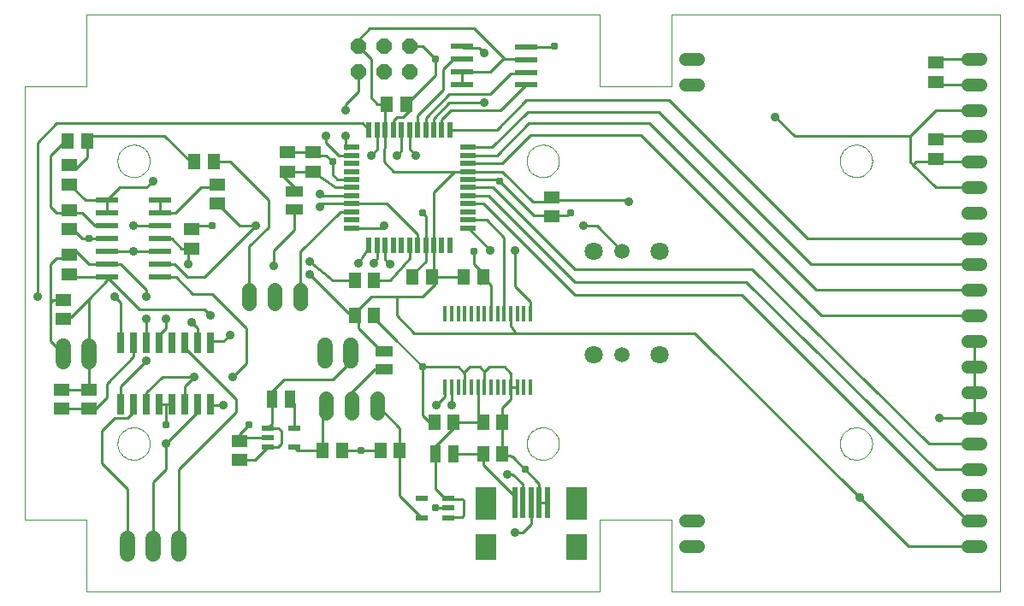
<source format=gtl>
G75*
G70*
%OFA0B0*%
%FSLAX24Y24*%
%IPPOS*%
%LPD*%
%AMOC8*
5,1,8,0,0,1.08239X$1,22.5*
%
%ADD10C,0.0000*%
%ADD11C,0.0010*%
%ADD12R,0.0217X0.0610*%
%ADD13R,0.0610X0.0217*%
%ADD14R,0.0512X0.0591*%
%ADD15R,0.0591X0.0512*%
%ADD16R,0.0701X0.0402*%
%ADD17OC8,0.0600*%
%ADD18R,0.0866X0.0236*%
%ADD19R,0.0260X0.0800*%
%ADD20R,0.0157X0.0591*%
%ADD21C,0.0515*%
%ADD22C,0.0594*%
%ADD23C,0.0709*%
%ADD24R,0.0787X0.0984*%
%ADD25R,0.0787X0.1299*%
%ADD26R,0.0197X0.1220*%
%ADD27R,0.0472X0.0217*%
%ADD28C,0.0600*%
%ADD29R,0.0402X0.0701*%
%ADD30C,0.0560*%
%ADD31R,0.0866X0.0197*%
%ADD32C,0.0100*%
%ADD33C,0.0070*%
%ADD34C,0.0310*%
%ADD35C,0.0360*%
D10*
X003731Y005876D02*
X003733Y005926D01*
X003739Y005976D01*
X003749Y006025D01*
X003763Y006073D01*
X003780Y006120D01*
X003801Y006165D01*
X003826Y006209D01*
X003854Y006250D01*
X003886Y006289D01*
X003920Y006326D01*
X003957Y006360D01*
X003997Y006390D01*
X004039Y006417D01*
X004083Y006441D01*
X004129Y006462D01*
X004176Y006478D01*
X004224Y006491D01*
X004274Y006500D01*
X004323Y006505D01*
X004374Y006506D01*
X004424Y006503D01*
X004473Y006496D01*
X004522Y006485D01*
X004570Y006470D01*
X004616Y006452D01*
X004661Y006430D01*
X004704Y006404D01*
X004745Y006375D01*
X004784Y006343D01*
X004820Y006308D01*
X004852Y006270D01*
X004882Y006230D01*
X004909Y006187D01*
X004932Y006143D01*
X004951Y006097D01*
X004967Y006049D01*
X004979Y006000D01*
X004987Y005951D01*
X004991Y005901D01*
X004991Y005851D01*
X004987Y005801D01*
X004979Y005752D01*
X004967Y005703D01*
X004951Y005655D01*
X004932Y005609D01*
X004909Y005565D01*
X004882Y005522D01*
X004852Y005482D01*
X004820Y005444D01*
X004784Y005409D01*
X004745Y005377D01*
X004704Y005348D01*
X004661Y005322D01*
X004616Y005300D01*
X004570Y005282D01*
X004522Y005267D01*
X004473Y005256D01*
X004424Y005249D01*
X004374Y005246D01*
X004323Y005247D01*
X004274Y005252D01*
X004224Y005261D01*
X004176Y005274D01*
X004129Y005290D01*
X004083Y005311D01*
X004039Y005335D01*
X003997Y005362D01*
X003957Y005392D01*
X003920Y005426D01*
X003886Y005463D01*
X003854Y005502D01*
X003826Y005543D01*
X003801Y005587D01*
X003780Y005632D01*
X003763Y005679D01*
X003749Y005727D01*
X003739Y005776D01*
X003733Y005826D01*
X003731Y005876D01*
X019676Y005876D02*
X019678Y005926D01*
X019684Y005976D01*
X019694Y006025D01*
X019708Y006073D01*
X019725Y006120D01*
X019746Y006165D01*
X019771Y006209D01*
X019799Y006250D01*
X019831Y006289D01*
X019865Y006326D01*
X019902Y006360D01*
X019942Y006390D01*
X019984Y006417D01*
X020028Y006441D01*
X020074Y006462D01*
X020121Y006478D01*
X020169Y006491D01*
X020219Y006500D01*
X020268Y006505D01*
X020319Y006506D01*
X020369Y006503D01*
X020418Y006496D01*
X020467Y006485D01*
X020515Y006470D01*
X020561Y006452D01*
X020606Y006430D01*
X020649Y006404D01*
X020690Y006375D01*
X020729Y006343D01*
X020765Y006308D01*
X020797Y006270D01*
X020827Y006230D01*
X020854Y006187D01*
X020877Y006143D01*
X020896Y006097D01*
X020912Y006049D01*
X020924Y006000D01*
X020932Y005951D01*
X020936Y005901D01*
X020936Y005851D01*
X020932Y005801D01*
X020924Y005752D01*
X020912Y005703D01*
X020896Y005655D01*
X020877Y005609D01*
X020854Y005565D01*
X020827Y005522D01*
X020797Y005482D01*
X020765Y005444D01*
X020729Y005409D01*
X020690Y005377D01*
X020649Y005348D01*
X020606Y005322D01*
X020561Y005300D01*
X020515Y005282D01*
X020467Y005267D01*
X020418Y005256D01*
X020369Y005249D01*
X020319Y005246D01*
X020268Y005247D01*
X020219Y005252D01*
X020169Y005261D01*
X020121Y005274D01*
X020074Y005290D01*
X020028Y005311D01*
X019984Y005335D01*
X019942Y005362D01*
X019902Y005392D01*
X019865Y005426D01*
X019831Y005463D01*
X019799Y005502D01*
X019771Y005543D01*
X019746Y005587D01*
X019725Y005632D01*
X019708Y005679D01*
X019694Y005727D01*
X019684Y005776D01*
X019678Y005826D01*
X019676Y005876D01*
X031880Y005876D02*
X031882Y005926D01*
X031888Y005976D01*
X031898Y006025D01*
X031912Y006073D01*
X031929Y006120D01*
X031950Y006165D01*
X031975Y006209D01*
X032003Y006250D01*
X032035Y006289D01*
X032069Y006326D01*
X032106Y006360D01*
X032146Y006390D01*
X032188Y006417D01*
X032232Y006441D01*
X032278Y006462D01*
X032325Y006478D01*
X032373Y006491D01*
X032423Y006500D01*
X032472Y006505D01*
X032523Y006506D01*
X032573Y006503D01*
X032622Y006496D01*
X032671Y006485D01*
X032719Y006470D01*
X032765Y006452D01*
X032810Y006430D01*
X032853Y006404D01*
X032894Y006375D01*
X032933Y006343D01*
X032969Y006308D01*
X033001Y006270D01*
X033031Y006230D01*
X033058Y006187D01*
X033081Y006143D01*
X033100Y006097D01*
X033116Y006049D01*
X033128Y006000D01*
X033136Y005951D01*
X033140Y005901D01*
X033140Y005851D01*
X033136Y005801D01*
X033128Y005752D01*
X033116Y005703D01*
X033100Y005655D01*
X033081Y005609D01*
X033058Y005565D01*
X033031Y005522D01*
X033001Y005482D01*
X032969Y005444D01*
X032933Y005409D01*
X032894Y005377D01*
X032853Y005348D01*
X032810Y005322D01*
X032765Y005300D01*
X032719Y005282D01*
X032671Y005267D01*
X032622Y005256D01*
X032573Y005249D01*
X032523Y005246D01*
X032472Y005247D01*
X032423Y005252D01*
X032373Y005261D01*
X032325Y005274D01*
X032278Y005290D01*
X032232Y005311D01*
X032188Y005335D01*
X032146Y005362D01*
X032106Y005392D01*
X032069Y005426D01*
X032035Y005463D01*
X032003Y005502D01*
X031975Y005543D01*
X031950Y005587D01*
X031929Y005632D01*
X031912Y005679D01*
X031898Y005727D01*
X031888Y005776D01*
X031882Y005826D01*
X031880Y005876D01*
X031880Y016900D02*
X031882Y016950D01*
X031888Y017000D01*
X031898Y017049D01*
X031912Y017097D01*
X031929Y017144D01*
X031950Y017189D01*
X031975Y017233D01*
X032003Y017274D01*
X032035Y017313D01*
X032069Y017350D01*
X032106Y017384D01*
X032146Y017414D01*
X032188Y017441D01*
X032232Y017465D01*
X032278Y017486D01*
X032325Y017502D01*
X032373Y017515D01*
X032423Y017524D01*
X032472Y017529D01*
X032523Y017530D01*
X032573Y017527D01*
X032622Y017520D01*
X032671Y017509D01*
X032719Y017494D01*
X032765Y017476D01*
X032810Y017454D01*
X032853Y017428D01*
X032894Y017399D01*
X032933Y017367D01*
X032969Y017332D01*
X033001Y017294D01*
X033031Y017254D01*
X033058Y017211D01*
X033081Y017167D01*
X033100Y017121D01*
X033116Y017073D01*
X033128Y017024D01*
X033136Y016975D01*
X033140Y016925D01*
X033140Y016875D01*
X033136Y016825D01*
X033128Y016776D01*
X033116Y016727D01*
X033100Y016679D01*
X033081Y016633D01*
X033058Y016589D01*
X033031Y016546D01*
X033001Y016506D01*
X032969Y016468D01*
X032933Y016433D01*
X032894Y016401D01*
X032853Y016372D01*
X032810Y016346D01*
X032765Y016324D01*
X032719Y016306D01*
X032671Y016291D01*
X032622Y016280D01*
X032573Y016273D01*
X032523Y016270D01*
X032472Y016271D01*
X032423Y016276D01*
X032373Y016285D01*
X032325Y016298D01*
X032278Y016314D01*
X032232Y016335D01*
X032188Y016359D01*
X032146Y016386D01*
X032106Y016416D01*
X032069Y016450D01*
X032035Y016487D01*
X032003Y016526D01*
X031975Y016567D01*
X031950Y016611D01*
X031929Y016656D01*
X031912Y016703D01*
X031898Y016751D01*
X031888Y016800D01*
X031882Y016850D01*
X031880Y016900D01*
X019676Y016900D02*
X019678Y016950D01*
X019684Y017000D01*
X019694Y017049D01*
X019708Y017097D01*
X019725Y017144D01*
X019746Y017189D01*
X019771Y017233D01*
X019799Y017274D01*
X019831Y017313D01*
X019865Y017350D01*
X019902Y017384D01*
X019942Y017414D01*
X019984Y017441D01*
X020028Y017465D01*
X020074Y017486D01*
X020121Y017502D01*
X020169Y017515D01*
X020219Y017524D01*
X020268Y017529D01*
X020319Y017530D01*
X020369Y017527D01*
X020418Y017520D01*
X020467Y017509D01*
X020515Y017494D01*
X020561Y017476D01*
X020606Y017454D01*
X020649Y017428D01*
X020690Y017399D01*
X020729Y017367D01*
X020765Y017332D01*
X020797Y017294D01*
X020827Y017254D01*
X020854Y017211D01*
X020877Y017167D01*
X020896Y017121D01*
X020912Y017073D01*
X020924Y017024D01*
X020932Y016975D01*
X020936Y016925D01*
X020936Y016875D01*
X020932Y016825D01*
X020924Y016776D01*
X020912Y016727D01*
X020896Y016679D01*
X020877Y016633D01*
X020854Y016589D01*
X020827Y016546D01*
X020797Y016506D01*
X020765Y016468D01*
X020729Y016433D01*
X020690Y016401D01*
X020649Y016372D01*
X020606Y016346D01*
X020561Y016324D01*
X020515Y016306D01*
X020467Y016291D01*
X020418Y016280D01*
X020369Y016273D01*
X020319Y016270D01*
X020268Y016271D01*
X020219Y016276D01*
X020169Y016285D01*
X020121Y016298D01*
X020074Y016314D01*
X020028Y016335D01*
X019984Y016359D01*
X019942Y016386D01*
X019902Y016416D01*
X019865Y016450D01*
X019831Y016487D01*
X019799Y016526D01*
X019771Y016567D01*
X019746Y016611D01*
X019725Y016656D01*
X019708Y016703D01*
X019694Y016751D01*
X019684Y016800D01*
X019678Y016850D01*
X019676Y016900D01*
X003731Y016900D02*
X003733Y016950D01*
X003739Y017000D01*
X003749Y017049D01*
X003763Y017097D01*
X003780Y017144D01*
X003801Y017189D01*
X003826Y017233D01*
X003854Y017274D01*
X003886Y017313D01*
X003920Y017350D01*
X003957Y017384D01*
X003997Y017414D01*
X004039Y017441D01*
X004083Y017465D01*
X004129Y017486D01*
X004176Y017502D01*
X004224Y017515D01*
X004274Y017524D01*
X004323Y017529D01*
X004374Y017530D01*
X004424Y017527D01*
X004473Y017520D01*
X004522Y017509D01*
X004570Y017494D01*
X004616Y017476D01*
X004661Y017454D01*
X004704Y017428D01*
X004745Y017399D01*
X004784Y017367D01*
X004820Y017332D01*
X004852Y017294D01*
X004882Y017254D01*
X004909Y017211D01*
X004932Y017167D01*
X004951Y017121D01*
X004967Y017073D01*
X004979Y017024D01*
X004987Y016975D01*
X004991Y016925D01*
X004991Y016875D01*
X004987Y016825D01*
X004979Y016776D01*
X004967Y016727D01*
X004951Y016679D01*
X004932Y016633D01*
X004909Y016589D01*
X004882Y016546D01*
X004852Y016506D01*
X004820Y016468D01*
X004784Y016433D01*
X004745Y016401D01*
X004704Y016372D01*
X004661Y016346D01*
X004616Y016324D01*
X004570Y016306D01*
X004522Y016291D01*
X004473Y016280D01*
X004424Y016273D01*
X004374Y016270D01*
X004323Y016271D01*
X004274Y016276D01*
X004224Y016285D01*
X004176Y016298D01*
X004129Y016314D01*
X004083Y016335D01*
X004039Y016359D01*
X003997Y016386D01*
X003957Y016416D01*
X003920Y016450D01*
X003886Y016487D01*
X003854Y016526D01*
X003826Y016567D01*
X003801Y016611D01*
X003780Y016656D01*
X003763Y016703D01*
X003749Y016751D01*
X003739Y016800D01*
X003733Y016850D01*
X003731Y016900D01*
D11*
X002511Y002911D02*
X002511Y000111D01*
X022511Y000111D01*
X022511Y002911D01*
X025311Y002911D01*
X025311Y000111D01*
X038111Y000111D01*
X038111Y022611D01*
X025311Y022611D01*
X025311Y019811D01*
X022511Y019811D01*
X022511Y022611D01*
X002511Y022611D01*
X002511Y019811D01*
X000111Y019811D01*
X000111Y002911D01*
X002511Y002911D01*
D12*
X013536Y013597D03*
X013851Y013597D03*
X014166Y013597D03*
X014481Y013597D03*
X014796Y013597D03*
X015111Y013597D03*
X015426Y013597D03*
X015741Y013597D03*
X016056Y013597D03*
X016371Y013597D03*
X016686Y013597D03*
X016686Y018125D03*
X016371Y018125D03*
X016056Y018125D03*
X015741Y018125D03*
X015426Y018125D03*
X015111Y018125D03*
X014796Y018125D03*
X014481Y018125D03*
X014166Y018125D03*
X013851Y018125D03*
X013536Y018125D03*
D13*
X012847Y017436D03*
X012847Y017121D03*
X012847Y016806D03*
X012847Y016491D03*
X012847Y016176D03*
X012847Y015861D03*
X012847Y015546D03*
X012847Y015231D03*
X012847Y014916D03*
X012847Y014601D03*
X012847Y014286D03*
X017375Y014286D03*
X017375Y014601D03*
X017375Y014916D03*
X017375Y015231D03*
X017375Y015546D03*
X017375Y015861D03*
X017375Y016176D03*
X017375Y016491D03*
X017375Y016806D03*
X017375Y017121D03*
X017375Y017436D03*
D14*
X014985Y019111D03*
X014237Y019111D03*
X007485Y016861D03*
X006737Y016861D03*
X002543Y017683D03*
X001795Y017683D03*
X012987Y012236D03*
X013735Y012236D03*
X015237Y012361D03*
X015985Y012361D03*
X017237Y012361D03*
X017985Y012361D03*
X013735Y010861D03*
X012987Y010861D03*
X016087Y006711D03*
X016835Y006711D03*
X017987Y006711D03*
X018735Y006711D03*
X018735Y005461D03*
X017987Y005461D03*
X014735Y005611D03*
X013987Y005611D03*
X012485Y005611D03*
X011737Y005611D03*
D15*
X008486Y005237D03*
X008486Y005985D03*
X002611Y007237D03*
X001561Y007237D03*
X001561Y007985D03*
X002611Y007985D03*
X001611Y010737D03*
X001611Y011485D03*
X001861Y012487D03*
X001861Y013235D03*
X001861Y014237D03*
X001861Y014985D03*
X001861Y015987D03*
X001861Y016735D03*
X006611Y014235D03*
X006611Y013487D03*
X007611Y015237D03*
X007611Y015985D03*
X010361Y016487D03*
X011361Y016487D03*
X011361Y017235D03*
X010361Y017235D03*
X020641Y015475D03*
X020641Y014727D03*
X035611Y016987D03*
X035611Y017735D03*
X035611Y019987D03*
X035611Y020735D03*
D16*
X014111Y009461D03*
X014111Y008760D03*
X010611Y015010D03*
X010611Y015711D03*
D17*
X013111Y020361D03*
X014111Y020361D03*
X015111Y020361D03*
X015111Y021361D03*
X014111Y021361D03*
X013111Y021361D03*
D18*
X005384Y015361D03*
X005384Y014861D03*
X005384Y014361D03*
X005384Y013861D03*
X005384Y013361D03*
X005384Y012861D03*
X005384Y012361D03*
X003337Y012361D03*
X003337Y012861D03*
X003337Y013361D03*
X003337Y013861D03*
X003337Y014361D03*
X003337Y014861D03*
X003337Y015361D03*
D19*
X003861Y009821D03*
X004361Y009821D03*
X004861Y009821D03*
X005361Y009821D03*
X005861Y009821D03*
X006361Y009821D03*
X006861Y009821D03*
X007361Y009821D03*
X007361Y007401D03*
X006861Y007401D03*
X006361Y007401D03*
X005861Y007401D03*
X005361Y007401D03*
X004861Y007401D03*
X004361Y007401D03*
X003861Y007401D03*
D20*
X016497Y008084D03*
X016753Y008084D03*
X017009Y008084D03*
X017265Y008084D03*
X017521Y008084D03*
X017777Y008084D03*
X018033Y008084D03*
X018289Y008084D03*
X018545Y008084D03*
X018801Y008084D03*
X019057Y008084D03*
X019312Y008084D03*
X019568Y008084D03*
X019824Y008084D03*
X019824Y010938D03*
X019568Y010938D03*
X019312Y010938D03*
X019057Y010938D03*
X018801Y010938D03*
X018545Y010938D03*
X018289Y010938D03*
X018033Y010938D03*
X017777Y010938D03*
X017521Y010938D03*
X017265Y010938D03*
X017009Y010938D03*
X016753Y010938D03*
X016497Y010938D03*
D21*
X025854Y002862D02*
X026369Y002862D01*
X026369Y001862D02*
X025854Y001862D01*
X036854Y001862D02*
X037369Y001862D01*
X037369Y002862D02*
X036854Y002862D01*
X036854Y003862D02*
X037369Y003862D01*
X037369Y004862D02*
X036854Y004862D01*
X036854Y005862D02*
X037369Y005862D01*
X037369Y006862D02*
X036854Y006862D01*
X036854Y007862D02*
X037369Y007862D01*
X037369Y008862D02*
X036854Y008862D01*
X036854Y009862D02*
X037369Y009862D01*
X037369Y010862D02*
X036854Y010862D01*
X036854Y011862D02*
X037369Y011862D01*
X037369Y012862D02*
X036854Y012862D01*
X036854Y013862D02*
X037369Y013862D01*
X037369Y014862D02*
X036854Y014862D01*
X036854Y015862D02*
X037369Y015862D01*
X037369Y016862D02*
X036854Y016862D01*
X036854Y017862D02*
X037369Y017862D01*
X037369Y018862D02*
X036854Y018862D01*
X036854Y019862D02*
X037369Y019862D01*
X037369Y020862D02*
X036854Y020862D01*
X026369Y020862D02*
X025854Y020862D01*
X025854Y019862D02*
X026369Y019862D01*
D22*
X023386Y013388D03*
X023386Y009333D03*
D23*
X022284Y009333D03*
X024843Y009333D03*
X024843Y013388D03*
X022284Y013388D03*
D24*
X021620Y001844D03*
X018076Y001844D03*
D25*
X018076Y003537D03*
X021620Y003537D03*
D26*
X020478Y003576D03*
X020163Y003576D03*
X019848Y003576D03*
X019533Y003576D03*
X019218Y003576D03*
D27*
X016623Y003735D03*
X016623Y003361D03*
X016623Y002987D03*
X015599Y002987D03*
X015599Y003735D03*
X010623Y005737D03*
X009599Y005737D03*
X009599Y006111D03*
X009599Y006485D03*
X010623Y006485D03*
D28*
X011837Y009108D02*
X011837Y009708D01*
X012837Y009708D02*
X012837Y009108D01*
X002611Y009061D02*
X002611Y009661D01*
X001611Y009661D02*
X001611Y009061D01*
X004111Y002161D02*
X004111Y001561D01*
X005111Y001561D02*
X005111Y002161D01*
X006111Y002161D02*
X006111Y001561D01*
D29*
X009760Y007611D03*
X010461Y007611D03*
X016110Y005461D03*
X016811Y005461D03*
D30*
X013861Y007081D02*
X013861Y007641D01*
X012861Y007641D02*
X012861Y007081D01*
X011861Y007081D02*
X011861Y007641D01*
X010861Y011331D02*
X010861Y011891D01*
X009861Y011891D02*
X009861Y011331D01*
X008861Y011331D02*
X008861Y011891D01*
D31*
X017169Y019861D03*
X017169Y020361D03*
X017169Y020861D03*
X017169Y021361D03*
X019653Y021357D03*
X019653Y020857D03*
X019653Y020357D03*
X019653Y019861D03*
D32*
X018653Y018861D01*
X016711Y018861D01*
X016371Y018521D01*
X016371Y018125D01*
X016686Y018125D02*
X018525Y018125D01*
X019661Y019261D01*
X025211Y019261D01*
X030611Y013861D01*
X037111Y013861D01*
X037112Y013862D01*
X037112Y012862D02*
X037111Y012861D01*
X030761Y012861D01*
X024811Y018811D01*
X019711Y018811D01*
X018336Y017436D01*
X017375Y017436D01*
X017375Y017121D02*
X018521Y017121D01*
X019761Y018361D01*
X024461Y018361D01*
X030961Y011861D01*
X037111Y011861D01*
X037112Y011862D01*
X037112Y010862D02*
X037111Y010861D01*
X031161Y010861D01*
X024111Y017911D01*
X019811Y017911D01*
X018706Y016806D01*
X017375Y016806D01*
X017375Y016491D02*
X017370Y016486D01*
X016861Y016486D01*
X016056Y015681D01*
X016056Y013597D01*
X016056Y012432D01*
X015985Y012361D01*
X017237Y012361D01*
X017861Y012237D02*
X017985Y012361D01*
X018289Y012057D01*
X018289Y010938D01*
X018801Y010938D02*
X018801Y013921D01*
X018111Y014611D01*
X017384Y014611D01*
X017375Y014601D01*
X017375Y014286D02*
X017436Y014286D01*
X018261Y013411D01*
X017611Y013361D02*
X017611Y012861D01*
X018111Y012361D01*
X017861Y012237D02*
X017861Y012111D01*
X019211Y012011D02*
X019811Y011411D01*
X019811Y010951D01*
X019824Y010938D01*
X019057Y010938D02*
X019057Y010490D01*
X019261Y010186D01*
X026236Y010186D01*
X032661Y003761D01*
X034561Y001861D01*
X037111Y001861D01*
X037111Y001862D01*
X037111Y002862D02*
X036860Y002862D01*
X028061Y011661D01*
X021561Y011661D01*
X017991Y015231D01*
X017375Y015231D01*
X017375Y015546D02*
X018176Y015546D01*
X021561Y012161D01*
X028211Y012161D01*
X035611Y004861D01*
X037111Y004861D01*
X037112Y004862D01*
X037112Y005862D02*
X035362Y005862D01*
X035361Y005861D01*
X028461Y012661D01*
X021561Y012661D01*
X018361Y015861D01*
X017375Y015861D01*
X017375Y016176D02*
X018546Y016176D01*
X018611Y016111D01*
X019961Y014761D01*
X020307Y014761D01*
X020641Y014727D01*
X020575Y014761D01*
X021261Y014761D01*
X021361Y014861D01*
X021873Y014361D02*
X022414Y014361D01*
X023386Y013388D01*
X023661Y015311D02*
X023661Y015361D01*
X020461Y015361D01*
X020641Y015475D01*
X020405Y015311D01*
X019911Y015311D01*
X018731Y016491D01*
X017375Y016491D01*
X016861Y016486D02*
X014486Y016486D01*
X014111Y016861D01*
X014111Y017361D01*
X014166Y017416D01*
X014166Y018125D01*
X014166Y019040D01*
X014237Y019111D01*
X013861Y019111D01*
X013611Y019361D01*
X013611Y020861D01*
X013111Y021361D01*
X013111Y021611D01*
X013561Y022061D01*
X017611Y022061D01*
X018811Y020861D01*
X018761Y020861D01*
X018261Y020361D01*
X017169Y020361D01*
X017169Y019861D01*
X016661Y019511D02*
X018261Y019511D01*
X019061Y020311D01*
X019607Y020311D01*
X019653Y020357D01*
X019653Y020857D02*
X019649Y020861D01*
X018811Y020861D01*
X018011Y021111D02*
X017811Y021311D01*
X017219Y021311D01*
X017169Y021361D01*
X017169Y020861D02*
X016811Y020861D01*
X016411Y020461D01*
X016411Y019661D01*
X015426Y018676D01*
X015426Y018125D01*
X015741Y018125D02*
X015741Y017831D01*
X015741Y018125D02*
X015741Y018591D01*
X016661Y019511D01*
X016661Y019161D02*
X018011Y019161D01*
X016661Y019161D02*
X016056Y018556D01*
X016056Y018125D01*
X015111Y018125D02*
X015111Y017361D01*
X015361Y017111D01*
X014796Y017296D02*
X014611Y017111D01*
X014796Y017296D02*
X014796Y018125D01*
X014481Y018125D02*
X014481Y018481D01*
X014611Y018611D01*
X014861Y018611D01*
X015111Y018861D01*
X015111Y018985D01*
X014985Y019111D01*
X016111Y020237D01*
X016111Y020861D01*
X015611Y021361D01*
X015111Y021361D01*
X013111Y020361D02*
X013111Y019611D01*
X012611Y019111D01*
X012611Y018861D01*
X013300Y018361D02*
X013536Y018125D01*
X013851Y018125D02*
X013851Y017371D01*
X013611Y017111D01*
X012847Y017121D02*
X012611Y017111D01*
X012361Y017111D01*
X011861Y017611D01*
X011861Y017861D01*
X012611Y017861D02*
X012611Y017361D01*
X012847Y017436D01*
X012111Y016861D02*
X011861Y017111D01*
X011485Y017111D01*
X011361Y017235D01*
X010361Y017235D01*
X010361Y016487D02*
X010235Y016361D01*
X010111Y016361D01*
X010611Y015861D01*
X010611Y015711D01*
X009611Y015361D02*
X008111Y016861D01*
X007485Y016861D01*
X006737Y016861D02*
X006581Y016861D01*
X005561Y017881D01*
X002741Y017881D01*
X002543Y017683D01*
X002543Y017043D01*
X002111Y016611D01*
X001985Y016611D01*
X001861Y016735D01*
X001111Y017111D02*
X001611Y017611D01*
X001795Y017683D01*
X001111Y017111D02*
X001111Y015111D01*
X001361Y014861D01*
X001861Y014861D01*
X001861Y014985D01*
X001985Y014861D01*
X002361Y014861D01*
X002861Y014361D01*
X003337Y014361D01*
X003337Y014861D02*
X003337Y015361D01*
X003837Y015861D01*
X004861Y015861D01*
X005111Y016111D01*
X005384Y015361D02*
X005384Y014861D01*
X005986Y014861D01*
X006986Y015861D01*
X007487Y015861D01*
X007611Y015985D01*
X007611Y015237D02*
X008487Y014361D01*
X009111Y014361D01*
X007111Y012361D01*
X006461Y012361D01*
X005961Y012861D01*
X005384Y012861D01*
X005384Y013361D02*
X004361Y013361D01*
X003337Y013361D01*
X003337Y012861D02*
X002611Y012861D01*
X002111Y013361D01*
X001987Y013361D01*
X001861Y013235D01*
X001611Y013361D01*
X001611Y013111D01*
X001361Y013111D01*
X001111Y012861D01*
X001111Y011361D01*
X001111Y009861D01*
X001611Y009361D01*
X002611Y009361D02*
X002611Y011511D01*
X001911Y010811D01*
X001685Y010811D01*
X001611Y010737D01*
X001611Y011485D02*
X001235Y011485D01*
X001111Y011361D01*
X000611Y011611D02*
X000611Y017611D01*
X001361Y018361D01*
X013300Y018361D01*
X012111Y016861D02*
X012111Y016361D01*
X012296Y016176D01*
X012847Y016176D01*
X012847Y015861D02*
X012237Y015861D01*
X011361Y016487D01*
X010361Y016487D01*
X011611Y015611D02*
X011676Y015546D01*
X012847Y015546D01*
X012852Y015236D02*
X012847Y015231D01*
X011731Y015231D01*
X011611Y015111D01*
X012416Y014916D02*
X010861Y013361D01*
X010861Y011611D01*
X011236Y012486D02*
X012735Y010987D01*
X012861Y010987D01*
X012987Y010861D01*
X013111Y010737D01*
X013111Y010361D01*
X014010Y009461D01*
X014111Y009461D01*
X014611Y009861D02*
X013611Y010861D01*
X013111Y010737D02*
X013111Y011111D01*
X013611Y011611D01*
X014611Y011611D01*
X014611Y010861D01*
X015286Y010186D01*
X019261Y010186D01*
X018811Y008861D02*
X018211Y008861D01*
X018033Y008683D01*
X017855Y008861D01*
X017461Y008861D01*
X017265Y008665D01*
X017265Y008084D01*
X017265Y008607D01*
X017011Y008861D01*
X015611Y008861D01*
X015611Y006986D01*
X015886Y006711D01*
X016087Y006711D01*
X016835Y006711D02*
X016835Y006485D01*
X016061Y005711D01*
X016061Y005510D01*
X016110Y005461D01*
X016111Y005460D01*
X016111Y004111D01*
X016487Y003735D01*
X016623Y003735D01*
X016661Y003711D01*
X017161Y003711D01*
X017211Y003661D01*
X017211Y003061D01*
X017161Y003011D01*
X016661Y003011D01*
X016623Y002987D01*
X016623Y003361D02*
X016111Y003361D01*
X015599Y002987D02*
X014735Y003851D01*
X014735Y005611D01*
X014735Y006487D01*
X013861Y007361D01*
X012861Y007361D02*
X012861Y007861D01*
X013760Y008760D01*
X014111Y008760D01*
X012837Y009087D02*
X012837Y009408D01*
X012837Y009087D02*
X012111Y008361D01*
X010236Y008361D01*
X009736Y007861D01*
X009736Y007635D01*
X009760Y007611D01*
X009760Y006646D01*
X009599Y006485D01*
X009987Y006485D01*
X010111Y006361D01*
X010111Y005861D01*
X009987Y005737D01*
X009599Y005737D01*
X009099Y005237D01*
X008486Y005237D01*
X008486Y005985D02*
X008486Y006236D01*
X008861Y006611D01*
X008361Y007111D02*
X006111Y004861D01*
X006111Y001861D01*
X005111Y001861D02*
X005111Y004361D01*
X005611Y004861D01*
X005611Y005861D01*
X006861Y007111D01*
X006861Y007401D01*
X006361Y007401D02*
X006361Y008111D01*
X006736Y008486D01*
X005486Y008486D01*
X004861Y007861D01*
X004861Y007401D01*
X004361Y007401D02*
X004361Y007111D01*
X004111Y006861D01*
X003611Y006861D01*
X003111Y006361D01*
X003111Y005111D01*
X004111Y004111D01*
X004111Y001861D01*
X010623Y005737D02*
X010749Y005611D01*
X011737Y005611D01*
X011737Y007237D01*
X011861Y007361D01*
X010623Y007449D02*
X010623Y006485D01*
X009599Y006111D02*
X008612Y006111D01*
X008486Y005985D01*
X008361Y007111D02*
X008361Y007611D01*
X006361Y009611D01*
X006361Y009821D01*
X006861Y009821D02*
X006861Y010361D01*
X006611Y010611D01*
X007111Y011111D02*
X007361Y010861D01*
X007111Y011111D02*
X004587Y011111D01*
X003337Y012361D01*
X003337Y012237D01*
X002611Y011511D01*
X003611Y011611D02*
X003861Y011361D01*
X003861Y009821D01*
X004361Y009821D02*
X004361Y009261D01*
X003311Y008211D01*
X003311Y007661D01*
X002887Y007237D01*
X002611Y007237D01*
X001561Y007237D01*
X001561Y007985D02*
X002611Y007985D01*
X002611Y009361D01*
X003861Y008111D02*
X003861Y007401D01*
X003861Y008111D02*
X004861Y009111D01*
X004861Y009821D02*
X004861Y010736D01*
X005611Y010736D02*
X005611Y010361D01*
X005361Y010111D01*
X005361Y009821D01*
X007361Y009821D02*
X007361Y009861D01*
X007861Y009861D01*
X008111Y010111D01*
X008761Y010361D02*
X007411Y011711D01*
X006661Y011711D01*
X006011Y012361D01*
X005384Y012361D01*
X004861Y011861D02*
X004861Y011611D01*
X004861Y011861D02*
X003861Y012861D01*
X003337Y012861D01*
X003337Y012361D02*
X001987Y012361D01*
X001861Y012487D01*
X001861Y013235D02*
X001735Y013361D01*
X001611Y013361D01*
X002111Y014111D02*
X002361Y013861D01*
X002611Y013861D01*
X003337Y013861D01*
X004361Y014361D02*
X005384Y014361D01*
X005384Y013861D02*
X005861Y013861D01*
X006235Y013487D01*
X006611Y013487D01*
X006486Y013362D01*
X006486Y012861D01*
X006611Y014361D02*
X007423Y014361D01*
X008861Y013561D02*
X009611Y014311D01*
X009611Y015361D01*
X010611Y015010D02*
X010611Y014211D01*
X009811Y013411D01*
X009811Y012811D01*
X009836Y012786D01*
X008861Y013561D02*
X008861Y011611D01*
X008761Y010361D02*
X008761Y009011D01*
X008236Y008486D01*
X008237Y008487D01*
X007861Y007361D02*
X007361Y007361D01*
X007361Y007401D01*
X005861Y007401D02*
X005611Y007401D01*
X005611Y006611D01*
X005611Y007401D02*
X005361Y007401D01*
X010461Y007611D02*
X010623Y007449D01*
X010623Y005737D02*
X010625Y005735D01*
X012485Y005611D02*
X013236Y005611D01*
X013987Y005611D01*
X016811Y005461D02*
X017987Y005461D01*
X017987Y005035D01*
X019211Y003811D01*
X019211Y003583D01*
X019218Y003576D01*
X019511Y003598D02*
X019533Y003576D01*
X019511Y003598D02*
X019511Y004311D01*
X019136Y004686D01*
X018936Y004686D01*
X019111Y005361D02*
X018735Y005461D01*
X018735Y006711D01*
X018735Y007285D01*
X019061Y007611D01*
X019061Y008079D01*
X019057Y008084D01*
X019057Y008615D01*
X018811Y008861D01*
X018033Y008683D02*
X018033Y008084D01*
X017777Y008084D02*
X017777Y006921D01*
X017987Y006711D01*
X016835Y006711D01*
X016761Y007386D02*
X016753Y007393D01*
X016753Y008084D01*
X016497Y008084D02*
X016497Y007722D01*
X016161Y007386D01*
X019057Y008084D02*
X019312Y008084D01*
X019111Y005361D02*
X020163Y004309D01*
X020163Y003576D01*
X020478Y003576D01*
X019848Y003576D02*
X019848Y002748D01*
X019511Y002411D01*
X019211Y002411D01*
X015611Y011611D02*
X014611Y011611D01*
X014361Y012236D02*
X013735Y012236D01*
X014361Y012236D02*
X015111Y013111D01*
X015111Y013597D01*
X015426Y013597D02*
X015426Y014046D01*
X014236Y015236D01*
X012852Y015236D01*
X012847Y014916D02*
X012416Y014916D01*
X012847Y014286D02*
X014036Y014286D01*
X014111Y014361D01*
X014166Y013597D02*
X014166Y013056D01*
X014361Y012861D01*
X013851Y013101D02*
X013711Y012898D01*
X013851Y013101D02*
X013851Y013597D01*
X013536Y013597D02*
X013536Y013536D01*
X013111Y012923D01*
X012987Y012236D02*
X012111Y012236D01*
X011236Y012986D01*
X015237Y012361D02*
X015361Y012485D01*
X015361Y012611D01*
X015741Y012991D01*
X015741Y013597D01*
X015741Y014731D01*
X015611Y014861D01*
X019211Y013411D02*
X019211Y012011D01*
X016111Y012111D02*
X016111Y012235D01*
X015985Y012361D01*
X016111Y012111D02*
X015611Y011611D01*
X006737Y016861D02*
X006611Y016861D01*
X003337Y015361D02*
X002487Y015361D01*
X001861Y015987D01*
X001861Y014237D02*
X001987Y014111D01*
X002111Y014111D01*
X019653Y021357D02*
X020757Y021357D01*
X020761Y021361D01*
X029361Y018611D02*
X030111Y017861D01*
X034611Y017861D01*
X034611Y016861D01*
X034736Y016736D01*
X034862Y016862D01*
X037112Y016862D01*
X035736Y016862D01*
X035611Y016987D01*
X034736Y016736D02*
X035611Y015861D01*
X037111Y015861D01*
X037112Y015862D01*
X037112Y017862D02*
X035738Y017862D01*
X035611Y017735D01*
X034611Y017861D02*
X035612Y018862D01*
X037112Y018862D01*
X037112Y019862D02*
X035736Y019862D01*
X035611Y019987D01*
X035611Y020735D02*
X035738Y020862D01*
X037112Y020862D01*
X037112Y009862D02*
X037112Y008862D01*
X037112Y007862D01*
X037112Y006862D01*
X035762Y006862D01*
X035761Y006861D01*
D33*
X037111Y001862D02*
X037111Y001861D01*
X018111Y012361D02*
X017985Y012361D01*
X014611Y009861D02*
X015611Y008861D01*
X013735Y010861D02*
X013611Y010861D01*
X006611Y014235D02*
X006611Y014361D01*
D34*
X007423Y014361D03*
X012111Y016861D03*
X015611Y014861D03*
X017611Y013361D03*
X021386Y014861D03*
X018611Y016111D03*
X016111Y020861D03*
X020761Y021361D03*
X002611Y013861D03*
X005611Y006611D03*
X008861Y006611D03*
X013236Y005611D03*
X016111Y003361D03*
X019611Y004861D03*
X015611Y008861D03*
D35*
X016161Y007386D03*
X016761Y007386D03*
X018936Y004686D03*
X019211Y002411D03*
X008236Y008486D03*
X006736Y008486D03*
X007861Y007361D03*
X005611Y005861D03*
X004861Y009111D03*
X006611Y010611D03*
X007361Y010861D03*
X008111Y010111D03*
X005611Y010736D03*
X004861Y010736D03*
X004861Y011611D03*
X003611Y011611D03*
X004361Y013361D03*
X004361Y014361D03*
X005111Y016111D03*
X009111Y014361D03*
X011236Y012986D03*
X011236Y012486D03*
X009811Y012811D03*
X013111Y012923D03*
X013711Y012898D03*
X014361Y012861D03*
X014111Y014361D03*
X011611Y015111D03*
X011611Y015611D03*
X013611Y017111D03*
X014611Y017111D03*
X015361Y017111D03*
X012611Y017861D03*
X011861Y017861D03*
X012611Y018861D03*
X018011Y019161D03*
X018011Y021111D03*
X023661Y015311D03*
X021873Y014361D03*
X019211Y013411D03*
X018261Y013411D03*
X029361Y018611D03*
X035761Y006861D03*
X032661Y003761D03*
X006486Y012861D03*
X000611Y011611D03*
M02*

</source>
